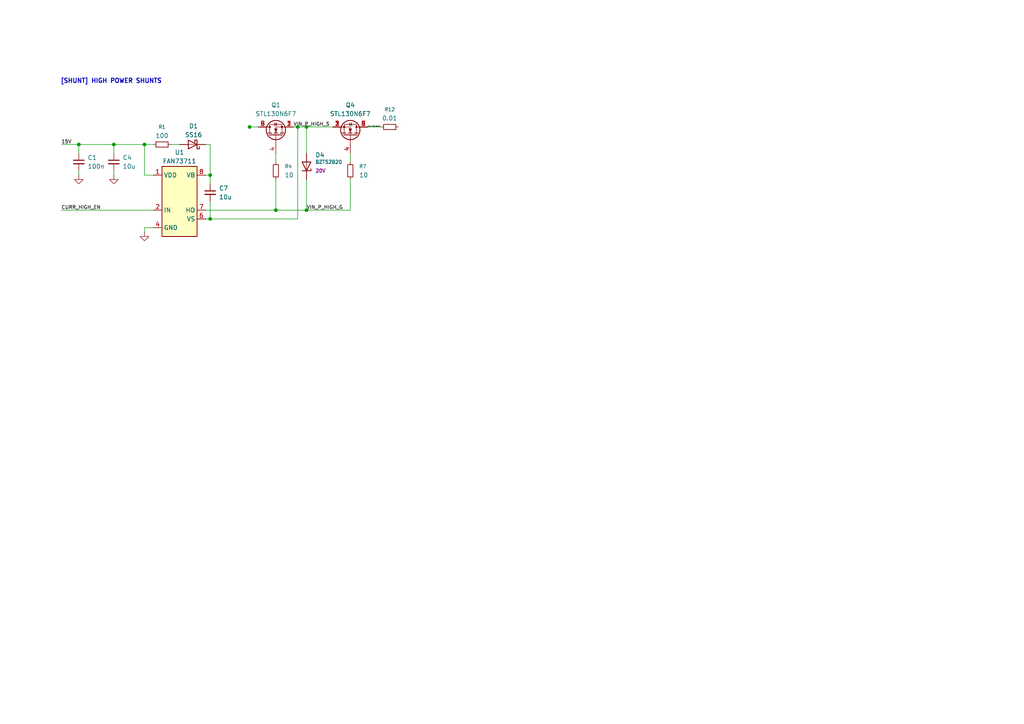
<source format=kicad_sch>
(kicad_sch (version 20250114) (generator "eeschema") (generator_version "9.0")
  (paper "A4")
  (lib_symbols
    (symbol "Device:C_Small" (pin_numbers (hide yes)) (pin_names (offset 0.254) (hide yes))
      (property "Reference" "C" (at 0.254 1.778 0))
      (property "Value" "C_Small" (at 0.254 -2.032 0))
      (symbol "C_Small_0_1"
        (polyline (pts (xy -1.524 0.508) (xy 1.524 0.508)) (stroke (width 0.3048)))
        (polyline (pts (xy -1.524 -0.508) (xy 1.524 -0.508)) (stroke (width 0.3302)))
      )
      (symbol "C_Small_1_1"
        (pin passive line (at 0 2.54 270) (length 2.032) (name "~") (number "1"))
        (pin passive line (at 0 -2.54 90) (length 2.032) (name "~") (number "2"))
      )
    )
    (symbol "Device:R_Small" (pin_numbers (hide yes)) (pin_names (offset 0.254) (hide yes))
      (property "Reference" "R" (at 0 0 90))
      (property "Value" "R_Small" (at 1.778 0 90))
      (symbol "R_Small_0_1"
        (rectangle (start -0.762 1.778) (end 0.762 -1.778) (stroke (width 0.2032)))
      )
      (symbol "R_Small_1_1"
        (pin passive line (at 0 2.54 270) (length 0.762) (name "~") (number "1"))
        (pin passive line (at 0 -2.54 90) (length 0.762) (name "~") (number "2"))
      )
    )
    (symbol "Diode:BZT52Bxx" (pin_numbers (hide yes)) (pin_names (hide yes))
      (property "Reference" "D" (at 0 2.54 0))
      (property "Value" "BZT52Bxx" (at 0 -2.54 0))
      (symbol "BZT52Bxx_0_1"
        (polyline (pts (xy -1.27 -1.27) (xy -1.27 1.27) (xy -0.762 1.27)) (stroke (width 0.254)))
        (polyline (pts (xy 1.27 0) (xy -1.27 0)))
        (polyline (pts (xy 1.27 -1.27) (xy 1.27 1.27) (xy -1.27 0) (xy 1.27 -1.27)) (stroke (width 0.254)))
      )
      (symbol "BZT52Bxx_1_1"
        (pin passive line (at -3.81 0 0) (length 2.54) (name "K") (number "1"))
        (pin passive line (at 3.81 0 180) (length 2.54) (name "A") (number "2"))
      )
    )
    (symbol "Diode:SS16" (pin_numbers (hide yes)) (pin_names (offset 1.016) (hide yes))
      (property "Reference" "D" (at 0 2.54 0))
      (property "Value" "SS16" (at 0 -2.54 0))
      (symbol "SS16_0_1"
        (polyline (pts (xy -1.905 0.635) (xy -1.905 1.27) (xy -1.27 1.27) (xy -1.27 -1.27) (xy -0.635 -1.27) (xy -0.635 -0.635)) (stroke (width 0.254)))
        (polyline (pts (xy 1.27 1.27) (xy 1.27 -1.27) (xy -1.27 0) (xy 1.27 1.27)) (stroke (width 0.254)))
        (polyline (pts (xy 1.27 0) (xy -1.27 0)))
      )
      (symbol "SS16_1_1"
        (pin passive line (at -3.81 0 0) (length 2.54) (name "K") (number "1"))
        (pin passive line (at 3.81 0 180) (length 2.54) (name "A") (number "2"))
      )
    )
    (symbol "Driver_FET:FAN7371"
      (property "Reference" "U" (at 0 13.97 0))
      (property "Value" "FAN7371" (at 0 11.43 0))
      (symbol "FAN7371_0_1"
        (rectangle (start -5.08 10.16) (end 5.08 -10.16) (stroke (width 0.254)) (fill (type background)))
      )
      (symbol "FAN7371_1_1"
        (pin power_in line (at -7.62 7.62 0) (length 2.54) (name "VDD") (number "1"))
        (pin input line (at -7.62 -2.54 0) (length 2.54) (name "IN") (number "2"))
        (pin power_in line (at -7.62 -7.62 0) (length 2.54) (name "GND") (number "4"))
        (pin no_connect line (at -5.08 -5.08 0) (length 2.54) (hide yes) (name "NC") (number "3"))
        (pin no_connect line (at 5.08 -7.62 180) (length 2.54) (hide yes) (name "NC") (number "5"))
        (pin passive line (at 7.62 7.62 180) (length 2.54) (name "VB") (number "8"))
        (pin output line (at 7.62 -2.54 180) (length 2.54) (name "HO") (number "7"))
        (pin passive line (at 7.62 -5.08 180) (length 2.54) (name "VS") (number "6"))
      )
    )
    (symbol "mixlib-discrete-mosfet:STL130N6F7" (pin_names (hide yes))
      (property "Reference" "Q" (at 3.302 2.032 0))
      (property "Value" "STL130N6F7" (at 8.636 -0.508 0))
      (symbol "STL130N6F7_0_1"
        (polyline (pts (xy -2.286 1.905) (xy -2.286 -1.905)) (stroke (width 0.254)))
        (polyline (pts (xy -2.286 0) (xy -5.08 0)))
        (polyline (pts (xy -1.778 2.286) (xy -1.778 1.27)) (stroke (width 0.254)))
        (polyline (pts (xy -1.778 0.508) (xy -1.778 -0.508)) (stroke (width 0.254)))
        (polyline (pts (xy -1.778 -1.27) (xy -1.778 -2.286)) (stroke (width 0.254)))
        (polyline (pts (xy -1.778 -1.778) (xy 0.762 -1.778) (xy 0.762 1.778) (xy -1.778 1.778)))
        (polyline (pts (xy -1.524 0) (xy -0.508 0.381) (xy -0.508 -0.381) (xy -1.524 0)) (fill (type outline)))
        (circle (center -0.889 0) (radius 2.794) (stroke (width 0.254)))
        (polyline (pts (xy 0 2.54) (xy 0 1.778)))
        (circle (center 0 1.778) (radius 0.254) (fill (type outline)))
        (circle (center 0 -1.778) (radius 0.254) (fill (type outline)))
        (polyline (pts (xy 0 -2.54) (xy 0 0) (xy -1.778 0)))
        (polyline (pts (xy 0.254 0.508) (xy 0.381 0.381) (xy 1.143 0.381) (xy 1.27 0.254)))
        (polyline (pts (xy 0.762 0.381) (xy 0.381 -0.254) (xy 1.143 -0.254) (xy 0.762 0.381)))
      )
      (symbol "STL130N6F7_1_1"
        (pin input line (at -7.62 0 0) (length 2.54) (name "G") (number "4"))
        (pin passive line (at 0 5.08 270) (length 2.54) (name "D") (number "5"))
        (pin passive line (at 0 5.08 270) (length 2.54) (name "D") (number "6"))
        (pin passive line (at 0 5.08 270) (length 2.54) (name "D") (number "7"))
        (pin passive line (at 0 5.08 270) (length 2.54) (name "D") (number "8"))
        (pin passive line (at 0 -5.08 90) (length 2.54) (name "S") (number "1"))
        (pin passive line (at 0 -5.08 90) (length 2.54) (name "S") (number "2"))
        (pin passive line (at 0 -5.08 90) (length 2.54) (name "S") (number "3"))
      )
    )
    (symbol "power:GND" (power) (pin_numbers (hide yes)) (pin_names (offset 0) (hide yes))
      (property "Value" "GND" (at 0 -3.81 0))
      (symbol "GND_0_1"
        (polyline (pts (xy 0 0) (xy 0 -1.27) (xy 1.27 -1.27) (xy 0 -2.54) (xy -1.27 -1.27) (xy 0 -1.27)))
      )
      (symbol "GND_1_1"
        (pin power_in line (at 0 0 270) (length 0) (name "~") (number "1"))
      )
    )
  )
  (text "[SHUNT] HIGH POWER SHUNTS\n" (at 32.258 23.622 0) (effects (font (size 1.27 1.27) (thickness 0.254) (bold yes))))
  (junction (at 72.39 36.83))
  (junction (at 33.02 41.91))
  (junction (at 86.36 36.83))
  (junction (at 60.96 50.8))
  (junction (at 22.86 41.91))
  (junction (at 88.9 60.96))
  (junction (at 88.9 36.83))
  (junction (at 41.91 41.91))
  (junction (at 60.96 63.5))
  (junction (at 80.01 60.96))
  (wire (pts (xy 88.9 36.83) (xy 88.9 44.45)))
  (wire (pts (xy 60.96 63.5) (xy 59.69 63.5)))
  (wire (pts (xy 22.86 50.8) (xy 22.86 49.53)))
  (wire (pts (xy 60.96 41.91) (xy 60.96 50.8)))
  (wire (pts (xy 88.9 60.96) (xy 101.6 60.96)))
  (wire (pts (xy 80.01 52.07) (xy 80.01 60.96)))
  (wire (pts (xy 17.78 41.91) (xy 22.86 41.91)))
  (wire (pts (xy 41.91 41.91) (xy 44.45 41.91)))
  (wire (pts (xy 44.45 50.8) (xy 41.91 50.8)))
  (wire (pts (xy 33.02 50.8) (xy 33.02 49.53)))
  (wire (pts (xy 106.68 36.83) (xy 110.49 36.83)))
  (wire (pts (xy 17.78 60.96) (xy 44.45 60.96)))
  (wire (pts (xy 88.9 36.83) (xy 96.52 36.83)))
  (wire (pts (xy 80.01 44.45) (xy 80.01 46.99)))
  (wire (pts (xy 44.45 66.04) (xy 41.91 66.04)))
  (wire (pts (xy 60.96 50.8) (xy 60.96 53.34)))
  (wire (pts (xy 88.9 52.07) (xy 88.9 60.96)))
  (wire (pts (xy 86.36 63.5) (xy 60.96 63.5)))
  (wire (pts (xy 41.91 66.04) (xy 41.91 67.31)))
  (wire (pts (xy 60.96 58.42) (xy 60.96 63.5)))
  (wire (pts (xy 86.36 36.83) (xy 86.36 63.5)))
  (wire (pts (xy 60.96 41.91) (xy 59.69 41.91)))
  (wire (pts (xy 101.6 44.45) (xy 101.6 46.99)))
  (wire (pts (xy 80.01 60.96) (xy 88.9 60.96)))
  (wire (pts (xy 72.39 36.83) (xy 74.93 36.83)))
  (wire (pts (xy 22.86 41.91) (xy 33.02 41.91)))
  (wire (pts (xy 101.6 60.96) (xy 101.6 52.07)))
  (wire (pts (xy 85.09 36.83) (xy 86.36 36.83)))
  (wire (pts (xy 49.53 41.91) (xy 52.07 41.91)))
  (wire (pts (xy 22.86 41.91) (xy 22.86 44.45)))
  (wire (pts (xy 86.36 36.83) (xy 88.9 36.83)))
  (wire (pts (xy 59.69 60.96) (xy 80.01 60.96)))
  (wire (pts (xy 59.69 50.8) (xy 60.96 50.8)))
  (wire (pts (xy 33.02 41.91) (xy 41.91 41.91)))
  (wire (pts (xy 33.02 41.91) (xy 33.02 44.45)))
  (wire (pts (xy 41.91 50.8) (xy 41.91 41.91)))
  (label "15V" (at 17.78 41.91 0) (effects (font (size 1.016 1.016))))
  (label "VIN_P_HIGH_G" (at 88.9 60.96 0) (effects (font (size 1.016 1.016))))
  (label "CURR_HIGH_EN" (at 17.78 60.96 0) (effects (font (size 1.016 1.016))))
  (label "VIN_P_HIGH_S" (at 85.09 36.83 0) (effects (font (size 1.016 1.016))))
  (label "VIN_P_HIGH_SHUNT" (at 106.68 36.83 0) (effects (font (size 0.254 0.254))))
  (symbol (lib_id "power:GND") (at 22.86 50.8 0) (unit 1)
    (property "Reference" "#PWR01" (effects (hide yes)))
    (property "Value" "GND" (effects (hide yes)))
    (property "Description" "Power symbol creates a global label with name \"GND\" , ground" (effects (hide yes)))
  )
  (symbol (lib_id "Device:R_Small") (at 80.01 49.53 0) (unit 1)
    (property "Reference" "R4" (at 82.55 48.2599 0) (effects (font (size 1.016 1.016)) (justify left)))
    (property "Value" "10" (at 82.55 50.7999 0) (effects (justify left)))
    (property "Footprint" "Resistor_SMD:R_0603_1608Metric" (effects (hide yes)))
    (property "Description" "Resistor, small symbol" (effects (hide yes)))
  )
  (symbol (lib_id "power:GND") (at 33.02 50.8 0) (unit 1)
    (property "Reference" "#PWR04" (effects (hide yes)))
    (property "Value" "GND" (effects (hide yes)))
    (property "Description" "Power symbol creates a global label with name \"GND\" , ground" (effects (hide yes)))
  )
  (symbol (lib_id "Device:C_Small") (at 22.86 46.99 0) (unit 1)
    (property "Reference" "C1" (at 25.4 45.7262 0) (effects (justify left)))
    (property "Value" "100n" (at 25.4 48.2662 0) (effects (justify left)))
    (property "Footprint" "Capacitor_SMD:C_0402_1005Metric" (effects (hide yes)))
    (property "Description" "Unpolarized capacitor, small symbol" (effects (hide yes)))
    (property "Sim.Device" "C" (effects (hide yes)))
    (property "Sim.Pins" "1=- 2=+" (effects (hide yes)))
  )
  (symbol (lib_id "Device:C_Small") (at 60.96 55.88 0) (unit 1)
    (property "Reference" "C7" (at 63.5 54.6162 0) (effects (justify left)))
    (property "Value" "10u" (at 63.5 57.1562 0) (effects (justify left)))
    (property "Footprint" "Capacitor_SMD:C_0805_2012Metric" (effects (hide yes)))
    (property "Description" "Unpolarized capacitor, small symbol" (effects (hide yes)))
    (property "Sim.Device" "C" (effects (hide yes)))
    (property "Sim.Pins" "1=- 2=+" (effects (hide yes)))
  )
  (symbol (lib_id "mixlib-discrete-mosfet:STL130N6F7") (at 101.6 36.83 270) (mirror x) (unit 1)
    (property "Reference" "Q4" (at 101.6 30.48 90))
    (property "Value" "STL130N6F7" (at 101.6 33.02 90))
    (property "Footprint" "mixlib-discrete-mosfet:POWERFLAT_5X6_C_STM" (effects (hide yes)))
    (property "Datasheet" "https://www.st.com/resource/en/datasheet/stl130n6f7.pdf" (effects (hide yes)))
    (property "Description" "N-channel 60 V, 0.003 Ω typ., 130 A STripFET F7 Power MOSFET in a PowerFLAT 5x6 package" (effects (hide yes)))
  )
  (symbol (lib_id "Driver_FET:FAN7371") (at 52.07 58.42 0) (unit 1)
    (property "Reference" "U1" (at 52.07 44.196 0))
    (property "Value" "FAN73711" (at 52.07 46.736 0))
    (property "Footprint" "Package_SO:SOIC-8_3.9x4.9mm_P1.27mm" (effects (hide yes)))
    (property "Datasheet" "https://www.onsemi.com/pub/Collateral/FAN7371-D.pdf" (effects (hide yes)))
    (property "Description" "High-Current High-Side Gate Driver, 600V Vs, 4A Io, SOIC-8" (effects (hide yes)))
  )
  (symbol (lib_id "power:GND") (at 41.91 67.31 0) (unit 1)
    (property "Reference" "#PWR07" (effects (hide yes)))
    (property "Value" "GND" (effects (hide yes)))
    (property "Description" "Power symbol creates a global label with name \"GND\" , ground" (effects (hide yes)))
  )
  (symbol (lib_id "Device:R_Small") (at 101.6 49.53 0) (unit 1)
    (property "Reference" "R7" (at 104.14 48.2599 0) (effects (font (size 1.016 1.016)) (justify left)))
    (property "Value" "10" (at 104.14 50.7999 0) (effects (justify left)))
    (property "Footprint" "Resistor_SMD:R_0603_1608Metric" (effects (hide yes)))
    (property "Description" "Resistor, small symbol" (effects (hide yes)))
  )
  (symbol (lib_id "Device:R_Small") (at 113.03 36.83 90) (unit 1)
    (property "Reference" "R12" (at 113.03 31.75 90) (effects (font (size 1.016 1.016))))
    (property "Value" "0.01" (at 113.03 34.29 90))
    (property "Footprint" "Resistor_SMD:R_2512_6332Metric" (effects (hide yes)))
    (property "Description" "Resistor, small symbol" (effects (hide yes)))
    (property "Sim.Device" "R" (effects (hide yes)))
    (property "Sim.Pins" "1=- 2=+" (effects (hide yes)))
  )
  (symbol (lib_id "Diode:BZT52Bxx") (at 88.9 48.26 270) (mirror x) (unit 1)
    (property "Reference" "D4" (at 91.44 44.958 90) (effects (justify left)))
    (property "Value" "BZT52B20" (at 91.44 46.9901 90) (effects (font (size 1.016 1.016)) (justify left)))
    (property "Footprint" "Diode_SMD:D_SOD-123F" (effects (hide yes)))
    (property "Datasheet" "https://diotec.com/tl_files/diotec/files/pdf/datasheets/bzt52b2v4.pdf" (effects (hide yes)))
    (property "Description" "500mW Zener Diode, SOD-123F" (effects (hide yes)))
    (property "Voltage" "20V" (at 92.964 49.53 90) (effects (font (size 1.016 1.016))))
    (property "Sim.Library" "ext/kicad/mixlib-kicad/spice/mixlib-discrete-zener/BZT52C15.cir" (effects (hide yes)))
    (property "Sim.Name" "DI_BZT52C15" (effects (hide yes)))
    (property "Sim.Device" "SUBCKT" (effects (hide yes)))
    (property "Sim.Pins" "1=1 2=2" (effects (hide yes)))
  )
  (symbol (lib_id "Device:C_Small") (at 33.02 46.99 0) (unit 1)
    (property "Reference" "C4" (at 35.56 45.7262 0) (effects (justify left)))
    (property "Value" "10u" (at 35.56 48.2662 0) (effects (justify left)))
    (property "Footprint" "Capacitor_SMD:C_0805_2012Metric" (effects (hide yes)))
    (property "Description" "Unpolarized capacitor, small symbol" (effects (hide yes)))
    (property "Sim.Device" "C" (effects (hide yes)))
    (property "Sim.Pins" "1=- 2=+" (effects (hide yes)))
  )
  (symbol (lib_id "Diode:SS16") (at 55.88 41.91 180) (unit 1)
    (property "Reference" "D1" (at 56.134 36.576 0))
    (property "Value" "SS16" (at 56.134 39.116 0))
    (property "Footprint" "Diode_SMD:D_SMA" (effects (hide yes)))
    (property "Datasheet" "https://www.vishay.com/docs/88746/ss12.pdf" (effects (hide yes)))
    (property "Description" "60V 1A Schottky Diode, SMA" (effects (hide yes)))
  )
  (symbol (lib_id "mixlib-discrete-mosfet:STL130N6F7") (at 80.01 36.83 90) (unit 1)
    (property "Reference" "Q1" (at 80.01 30.48 90))
    (property "Value" "STL130N6F7" (at 80.01 33.02 90))
    (property "Footprint" "mixlib-discrete-mosfet:POWERFLAT_5X6_C_STM" (effects (hide yes)))
    (property "Datasheet" "https://www.st.com/resource/en/datasheet/stl130n6f7.pdf" (effects (hide yes)))
    (property "Description" "N-channel 60 V, 0.003 Ω typ., 130 A STripFET F7 Power MOSFET in a PowerFLAT 5x6 package" (effects (hide yes)))
  )
  (symbol (lib_id "Device:R_Small") (at 46.99 41.91 90) (unit 1)
    (property "Reference" "R1" (at 46.99 36.83 90) (effects (font (size 1.016 1.016))))
    (property "Value" "100" (at 46.99 39.37 90))
    (property "Footprint" "Resistor_SMD:R_0603_1608Metric" (effects (hide yes)))
    (property "Description" "Resistor, small symbol" (effects (hide yes)))
    (property "Sim.Device" "R" (effects (hide yes)))
    (property "Sim.Pins" "1=- 2=+" (effects (hide yes)))
  )
)
</source>
